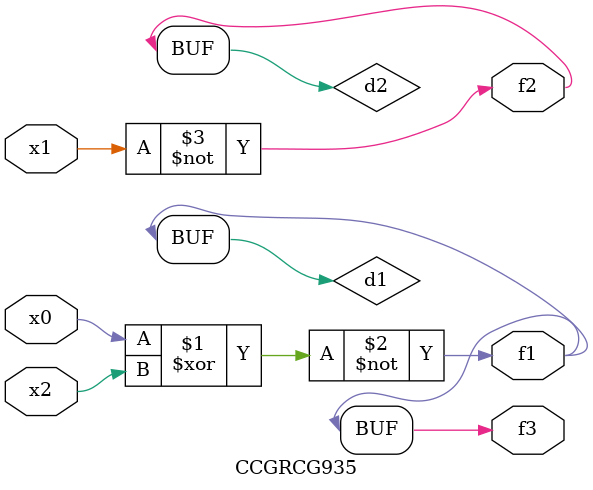
<source format=v>
module CCGRCG935(
	input x0, x1, x2,
	output f1, f2, f3
);

	wire d1, d2, d3;

	xnor (d1, x0, x2);
	nand (d2, x1);
	nor (d3, x1, x2);
	assign f1 = d1;
	assign f2 = d2;
	assign f3 = d1;
endmodule

</source>
